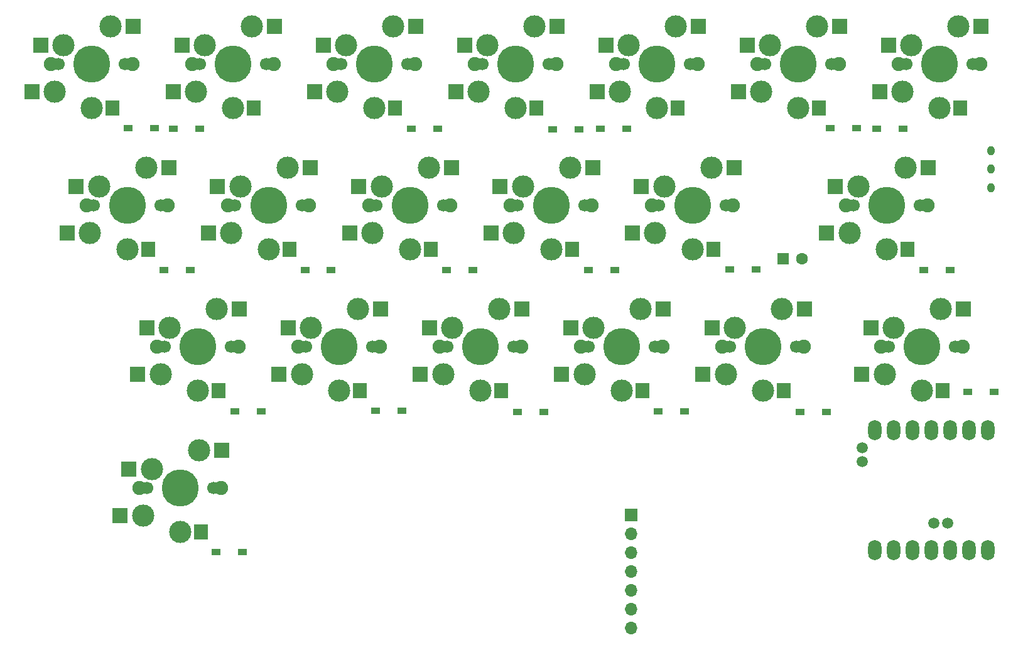
<source format=gbr>
%TF.GenerationSoftware,KiCad,Pcbnew,8.0.7*%
%TF.CreationDate,2025-01-20T20:06:26+09:00*%
%TF.ProjectId,cool937tb_R_v2,636f6f6c-3933-4377-9462-5f525f76322e,rev?*%
%TF.SameCoordinates,Original*%
%TF.FileFunction,Soldermask,Bot*%
%TF.FilePolarity,Negative*%
%FSLAX46Y46*%
G04 Gerber Fmt 4.6, Leading zero omitted, Abs format (unit mm)*
G04 Created by KiCad (PCBNEW 8.0.7) date 2025-01-20 20:06:26*
%MOMM*%
%LPD*%
G01*
G04 APERTURE LIST*
%ADD10R,1.300000X0.950000*%
%ADD11C,1.900000*%
%ADD12C,1.700000*%
%ADD13C,3.000000*%
%ADD14C,5.000000*%
%ADD15R,2.000000X2.000000*%
%ADD16R,1.900000X2.000000*%
%ADD17O,1.000000X1.300000*%
%ADD18R,1.700000X1.700000*%
%ADD19O,1.700000X1.700000*%
%ADD20R,1.600000X1.600000*%
%ADD21C,1.600000*%
%ADD22O,1.800000X2.750000*%
%ADD23C,1.500000*%
G04 APERTURE END LIST*
D10*
%TO.C,D14*%
X66955000Y-27760000D03*
X70505000Y-27760000D03*
%TD*%
D11*
%TO.C,SW1*%
X-5500000Y0D03*
D12*
X-5080000Y0D03*
D13*
X-5000000Y-3700000D03*
D12*
X-4500000Y0D03*
D13*
X-3810000Y2540000D03*
D14*
X0Y0D03*
D13*
X0Y-5900000D03*
X2540000Y5080000D03*
D12*
X4500000Y0D03*
X5080000Y0D03*
D11*
X5500000Y0D03*
D15*
X-8100000Y-3700000D03*
X-6900000Y2540000D03*
D16*
X2800000Y-5900000D03*
D15*
X5600000Y5080000D03*
%TD*%
D10*
%TO.C,D10*%
X47835000Y-27730000D03*
X51385000Y-27730000D03*
%TD*%
%TO.C,D15*%
X76375000Y-46770000D03*
X79925000Y-46770000D03*
%TD*%
D11*
%TO.C,SW8*%
X84987500Y-38100000D03*
D12*
X85407500Y-38100000D03*
D13*
X85487500Y-41800000D03*
D12*
X85987500Y-38100000D03*
D13*
X86677500Y-35560000D03*
D14*
X90487500Y-38100000D03*
D13*
X90487500Y-44000000D03*
X93027500Y-33020000D03*
D12*
X94987500Y-38100000D03*
X95567500Y-38100000D03*
D11*
X95987500Y-38100000D03*
D15*
X82387500Y-41800000D03*
X83587500Y-35560000D03*
D16*
X93287500Y-44000000D03*
D15*
X96087500Y-33020000D03*
%TD*%
D11*
%TO.C,SW15*%
X65937500Y-38100000D03*
D12*
X66357500Y-38100000D03*
D13*
X66437500Y-41800000D03*
D12*
X66937500Y-38100000D03*
D13*
X67627500Y-35560000D03*
D14*
X71437500Y-38100000D03*
D13*
X71437500Y-44000000D03*
X73977500Y-33020000D03*
D12*
X75937500Y-38100000D03*
X76517500Y-38100000D03*
D11*
X76937500Y-38100000D03*
D15*
X63337500Y-41800000D03*
X64537500Y-35560000D03*
D16*
X74237500Y-44000000D03*
D15*
X77037500Y-33020000D03*
%TD*%
D10*
%TO.C,D13*%
X62155000Y-8750000D03*
X65705000Y-8750000D03*
%TD*%
D11*
%TO.C,SW16*%
X108800000Y0D03*
D12*
X109220000Y0D03*
D13*
X109300000Y-3700000D03*
D12*
X109800000Y0D03*
D13*
X110490000Y2540000D03*
D14*
X114300000Y0D03*
D13*
X114300000Y-5900000D03*
X116840000Y5080000D03*
D12*
X118800000Y0D03*
X119380000Y0D03*
D11*
X119800000Y0D03*
D15*
X106200000Y-3700000D03*
X107400000Y2540000D03*
D16*
X117100000Y-5900000D03*
D15*
X119900000Y5080000D03*
%TD*%
D17*
%TO.C,SW21*%
X121220000Y-11620000D03*
X121220000Y-14120000D03*
X121220000Y-16620000D03*
%TD*%
D10*
%TO.C,D1*%
X4865000Y-8620000D03*
X8415000Y-8620000D03*
%TD*%
%TO.C,D2*%
X9745000Y-27730000D03*
X13295000Y-27730000D03*
%TD*%
%TO.C,D17*%
X68535000Y-8710000D03*
X72085000Y-8710000D03*
%TD*%
%TO.C,D7*%
X38245000Y-46750000D03*
X41795000Y-46750000D03*
%TD*%
D11*
%TO.C,SW13*%
X51650000Y0D03*
D12*
X52070000Y0D03*
D13*
X52150000Y-3700000D03*
D12*
X52650000Y0D03*
D13*
X53340000Y2540000D03*
D14*
X57150000Y0D03*
D13*
X57150000Y-5900000D03*
X59690000Y5080000D03*
D12*
X61650000Y0D03*
X62230000Y0D03*
D11*
X62650000Y0D03*
D15*
X49050000Y-3700000D03*
X50250000Y2540000D03*
D16*
X59950000Y-5900000D03*
D15*
X62750000Y5080000D03*
%TD*%
D10*
%TO.C,D11*%
X57405000Y-46880000D03*
X60955000Y-46880000D03*
%TD*%
D11*
%TO.C,SW17*%
X70700000Y0D03*
D12*
X71120000Y0D03*
D13*
X71200000Y-3700000D03*
D12*
X71700000Y0D03*
D13*
X72390000Y2540000D03*
D14*
X76200000Y0D03*
D13*
X76200000Y-5900000D03*
X78740000Y5080000D03*
D12*
X80700000Y0D03*
X81280000Y0D03*
D11*
X81700000Y0D03*
D15*
X68100000Y-3700000D03*
X69300000Y2540000D03*
D16*
X79000000Y-5900000D03*
D15*
X81800000Y5080000D03*
%TD*%
D11*
%TO.C,SW11*%
X46887500Y-38100000D03*
D12*
X47307500Y-38100000D03*
D13*
X47387500Y-41800000D03*
D12*
X47887500Y-38100000D03*
D13*
X48577500Y-35560000D03*
D14*
X52387500Y-38100000D03*
D13*
X52387500Y-44000000D03*
X54927500Y-33020000D03*
D12*
X56887500Y-38100000D03*
X57467500Y-38100000D03*
D11*
X57887500Y-38100000D03*
D15*
X44287500Y-41800000D03*
X45487500Y-35560000D03*
D16*
X55187500Y-44000000D03*
D15*
X57987500Y-33020000D03*
%TD*%
D11*
%TO.C,SW12*%
X75462500Y-19050000D03*
D12*
X75882500Y-19050000D03*
D13*
X75962500Y-22750000D03*
D12*
X76462500Y-19050000D03*
D13*
X77152500Y-16510000D03*
D14*
X80962500Y-19050000D03*
D13*
X80962500Y-24950000D03*
X83502500Y-13970000D03*
D12*
X85462500Y-19050000D03*
X86042500Y-19050000D03*
D11*
X86462500Y-19050000D03*
D15*
X72862500Y-22750000D03*
X74062500Y-16510000D03*
D16*
X83762500Y-24950000D03*
D15*
X86562500Y-13970000D03*
%TD*%
D11*
%TO.C,SW19*%
X106418750Y-38100000D03*
D12*
X106838750Y-38100000D03*
D13*
X106918750Y-41800000D03*
D12*
X107418750Y-38100000D03*
D13*
X108108750Y-35560000D03*
D14*
X111918750Y-38100000D03*
D13*
X111918750Y-44000000D03*
X114458750Y-33020000D03*
D12*
X116418750Y-38100000D03*
X116998750Y-38100000D03*
D11*
X117418750Y-38100000D03*
D15*
X103818750Y-41800000D03*
X105018750Y-35560000D03*
D16*
X114718750Y-44000000D03*
D15*
X117518750Y-33020000D03*
%TD*%
D11*
%TO.C,SW20*%
X89750000Y0D03*
D12*
X90170000Y0D03*
D13*
X90250000Y-3700000D03*
D12*
X90750000Y0D03*
D13*
X91440000Y2540000D03*
D14*
X95250000Y0D03*
D13*
X95250000Y-5900000D03*
X97790000Y5080000D03*
D12*
X99750000Y0D03*
X100330000Y0D03*
D11*
X100750000Y0D03*
D15*
X87150000Y-3700000D03*
X88350000Y2540000D03*
D16*
X98050000Y-5900000D03*
D15*
X100850000Y5080000D03*
%TD*%
D10*
%TO.C,D18*%
X112155000Y-27740000D03*
X115705000Y-27740000D03*
%TD*%
D11*
%TO.C,SW3*%
X8787500Y-38100000D03*
D12*
X9207500Y-38100000D03*
D13*
X9287500Y-41800000D03*
D12*
X9787500Y-38100000D03*
D13*
X10477500Y-35560000D03*
D14*
X14287500Y-38100000D03*
D13*
X14287500Y-44000000D03*
X16827500Y-33020000D03*
D12*
X18787500Y-38100000D03*
X19367500Y-38100000D03*
D11*
X19787500Y-38100000D03*
D15*
X6187500Y-41800000D03*
X7387500Y-35560000D03*
D16*
X17087500Y-44000000D03*
D15*
X19887500Y-33020000D03*
%TD*%
D11*
%TO.C,SW7*%
X27837500Y-38100000D03*
D12*
X28257500Y-38100000D03*
D13*
X28337500Y-41800000D03*
D12*
X28837500Y-38100000D03*
D13*
X29527500Y-35560000D03*
D14*
X33337500Y-38100000D03*
D13*
X33337500Y-44000000D03*
X35877500Y-33020000D03*
D12*
X37837500Y-38100000D03*
X38417500Y-38100000D03*
D11*
X38837500Y-38100000D03*
D15*
X25237500Y-41800000D03*
X26437500Y-35560000D03*
D16*
X36137500Y-44000000D03*
D15*
X38937500Y-33020000D03*
%TD*%
D10*
%TO.C,D4*%
X16775000Y-65730000D03*
X20325000Y-65730000D03*
%TD*%
%TO.C,D19*%
X118075000Y-44200000D03*
X121625000Y-44200000D03*
%TD*%
%TO.C,D5*%
X10985000Y-8670000D03*
X14535000Y-8670000D03*
%TD*%
D11*
%TO.C,SW10*%
X37362500Y-19050000D03*
D12*
X37782500Y-19050000D03*
D13*
X37862500Y-22750000D03*
D12*
X38362500Y-19050000D03*
D13*
X39052500Y-16510000D03*
D14*
X42862500Y-19050000D03*
D13*
X42862500Y-24950000D03*
X45402500Y-13970000D03*
D12*
X47362500Y-19050000D03*
X47942500Y-19050000D03*
D11*
X48362500Y-19050000D03*
D15*
X34762500Y-22750000D03*
X35962500Y-16510000D03*
D16*
X45662500Y-24950000D03*
D15*
X48462500Y-13970000D03*
%TD*%
D18*
%TO.C,J1*%
X72730000Y-60790000D03*
D19*
X72730000Y-63330000D03*
X72730000Y-65870000D03*
X72730000Y-68410000D03*
X72730000Y-70950000D03*
X72730000Y-73490000D03*
X72730000Y-76030000D03*
%TD*%
D10*
%TO.C,D12*%
X85975000Y-27700000D03*
X89525000Y-27700000D03*
%TD*%
%TO.C,D3*%
X19265000Y-46810000D03*
X22815000Y-46810000D03*
%TD*%
D20*
%TO.C,J8*%
X93206250Y-26193750D03*
D21*
X95726250Y-26193750D03*
%TD*%
D11*
%TO.C,SW5*%
X13550000Y0D03*
D12*
X13970000Y0D03*
D13*
X14050000Y-3700000D03*
D12*
X14550000Y0D03*
D13*
X15240000Y2540000D03*
D14*
X19050000Y0D03*
D13*
X19050000Y-5900000D03*
X21590000Y5080000D03*
D12*
X23550000Y0D03*
X24130000Y0D03*
D11*
X24550000Y0D03*
D15*
X10950000Y-3700000D03*
X12150000Y2540000D03*
D16*
X21850000Y-5900000D03*
D15*
X24650000Y5080000D03*
%TD*%
D11*
%TO.C,SW6*%
X18312500Y-19050000D03*
D12*
X18732500Y-19050000D03*
D13*
X18812500Y-22750000D03*
D12*
X19312500Y-19050000D03*
D13*
X20002500Y-16510000D03*
D14*
X23812500Y-19050000D03*
D13*
X23812500Y-24950000D03*
X26352500Y-13970000D03*
D12*
X28312500Y-19050000D03*
X28892500Y-19050000D03*
D11*
X29312500Y-19050000D03*
D15*
X15712500Y-22750000D03*
X16912500Y-16510000D03*
D16*
X26612500Y-24950000D03*
D15*
X29412500Y-13970000D03*
%TD*%
D11*
%TO.C,SW9*%
X32600000Y0D03*
D12*
X33020000Y0D03*
D13*
X33100000Y-3700000D03*
D12*
X33600000Y0D03*
D13*
X34290000Y2540000D03*
D14*
X38100000Y0D03*
D13*
X38100000Y-5900000D03*
X40640000Y5080000D03*
D12*
X42600000Y0D03*
X43180000Y0D03*
D11*
X43600000Y0D03*
D15*
X30000000Y-3700000D03*
X31200000Y2540000D03*
D16*
X40900000Y-5900000D03*
D15*
X43700000Y5080000D03*
%TD*%
D11*
%TO.C,SW4*%
X6406250Y-57150000D03*
D12*
X6826250Y-57150000D03*
D13*
X6906250Y-60850000D03*
D12*
X7406250Y-57150000D03*
D13*
X8096250Y-54610000D03*
D14*
X11906250Y-57150000D03*
D13*
X11906250Y-63050000D03*
X14446250Y-52070000D03*
D12*
X16406250Y-57150000D03*
X16986250Y-57150000D03*
D11*
X17406250Y-57150000D03*
D15*
X3806250Y-60850000D03*
X5006250Y-54610000D03*
D16*
X14706250Y-63050000D03*
D15*
X17506250Y-52070000D03*
%TD*%
D10*
%TO.C,D6*%
X28725000Y-27780000D03*
X32275000Y-27780000D03*
%TD*%
%TO.C,D16*%
X105845000Y-8730000D03*
X109395000Y-8730000D03*
%TD*%
D11*
%TO.C,SW2*%
X-737500Y-19050000D03*
D12*
X-317500Y-19050000D03*
D13*
X-237500Y-22750000D03*
D12*
X262500Y-19050000D03*
D13*
X952500Y-16510000D03*
D14*
X4762500Y-19050000D03*
D13*
X4762500Y-24950000D03*
X7302500Y-13970000D03*
D12*
X9262500Y-19050000D03*
X9842500Y-19050000D03*
D11*
X10262500Y-19050000D03*
D15*
X-3337500Y-22750000D03*
X-2137500Y-16510000D03*
D16*
X7562500Y-24950000D03*
D15*
X10362500Y-13970000D03*
%TD*%
D11*
%TO.C,SW18*%
X101656250Y-19050000D03*
D12*
X102076250Y-19050000D03*
D13*
X102156250Y-22750000D03*
D12*
X102656250Y-19050000D03*
D13*
X103346250Y-16510000D03*
D14*
X107156250Y-19050000D03*
D13*
X107156250Y-24950000D03*
X109696250Y-13970000D03*
D12*
X111656250Y-19050000D03*
X112236250Y-19050000D03*
D11*
X112656250Y-19050000D03*
D15*
X99056250Y-22750000D03*
X100256250Y-16510000D03*
D16*
X109956250Y-24950000D03*
D15*
X112756250Y-13970000D03*
%TD*%
D11*
%TO.C,SW14*%
X56412500Y-19050000D03*
D12*
X56832500Y-19050000D03*
D13*
X56912500Y-22750000D03*
D12*
X57412500Y-19050000D03*
D13*
X58102500Y-16510000D03*
D14*
X61912500Y-19050000D03*
D13*
X61912500Y-24950000D03*
X64452500Y-13970000D03*
D12*
X66412500Y-19050000D03*
X66992500Y-19050000D03*
D11*
X67412500Y-19050000D03*
D15*
X53812500Y-22750000D03*
X55012500Y-16510000D03*
D16*
X64712500Y-24950000D03*
D15*
X67512500Y-13970000D03*
%TD*%
D10*
%TO.C,D20*%
X99565000Y-8640000D03*
X103115000Y-8640000D03*
%TD*%
%TO.C,D9*%
X43055000Y-8680000D03*
X46605000Y-8680000D03*
%TD*%
%TO.C,D8*%
X95465000Y-46850000D03*
X99015000Y-46850000D03*
%TD*%
D22*
%TO.C,U1*%
X120806000Y-65540000D03*
X118266000Y-65540000D03*
X115726000Y-65540000D03*
X113186000Y-65540000D03*
X110646000Y-65540000D03*
X108106000Y-65540000D03*
X105566000Y-65540000D03*
X105566000Y-49300000D03*
X108106000Y-49300000D03*
X110646000Y-49300000D03*
X113186000Y-49300000D03*
X115726000Y-49300000D03*
X118266000Y-49300000D03*
X120806000Y-49300000D03*
D23*
X103874000Y-53584600D03*
X103874000Y-51705000D03*
X113503000Y-61865000D03*
X115408000Y-61865000D03*
%TD*%
M02*

</source>
